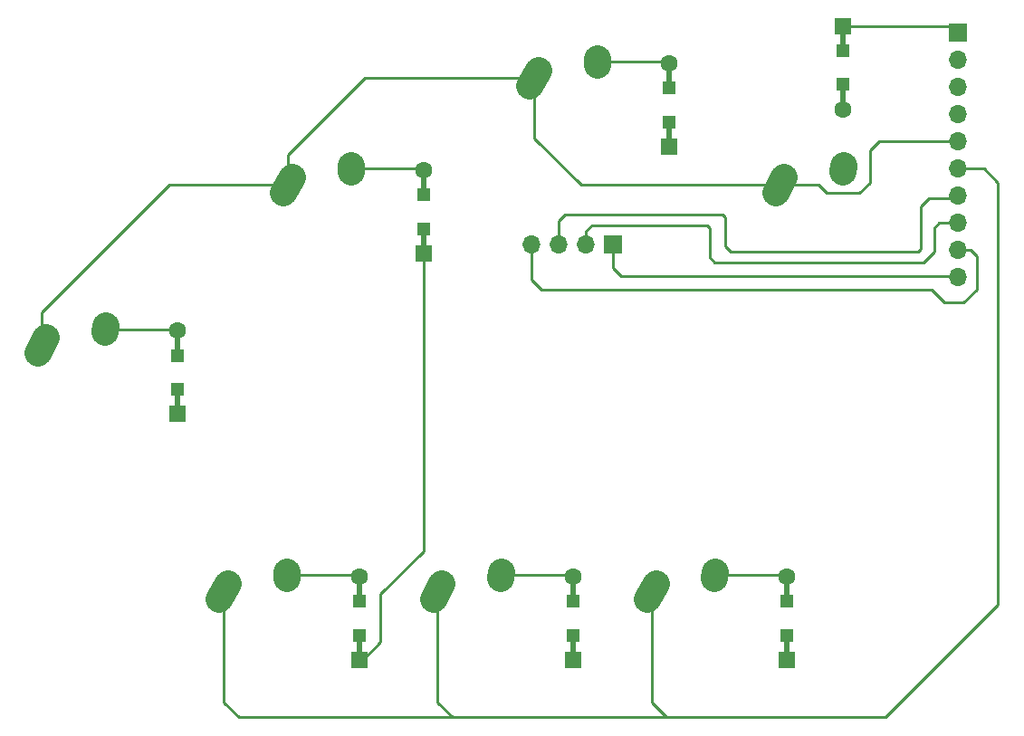
<source format=gbr>
G04 #@! TF.FileFunction,Copper,L1,Top,Signal*
%FSLAX46Y46*%
G04 Gerber Fmt 4.6, Leading zero omitted, Abs format (unit mm)*
G04 Created by KiCad (PCBNEW 4.0.7) date 12/09/17 16:12:22*
%MOMM*%
%LPD*%
G01*
G04 APERTURE LIST*
%ADD10C,0.100000*%
%ADD11R,1.200000X1.200000*%
%ADD12R,1.600000X1.600000*%
%ADD13C,1.600000*%
%ADD14R,0.500000X2.500000*%
%ADD15R,1.700000X1.700000*%
%ADD16O,1.700000X1.700000*%
%ADD17C,2.500000*%
%ADD18C,0.250000*%
G04 APERTURE END LIST*
D10*
D11*
X184000000Y-37325000D03*
X184000000Y-34175000D03*
D12*
X184000000Y-31850000D03*
D13*
X184000000Y-39650000D03*
D14*
X184000000Y-33050000D03*
X184000000Y-38450000D03*
D11*
X167750000Y-37675000D03*
X167750000Y-40825000D03*
D12*
X167750000Y-43150000D03*
D13*
X167750000Y-35350000D03*
D14*
X167750000Y-41950000D03*
X167750000Y-36550000D03*
D11*
X144750000Y-47675000D03*
X144750000Y-50825000D03*
D12*
X144750000Y-53150000D03*
D13*
X144750000Y-45350000D03*
D14*
X144750000Y-51950000D03*
X144750000Y-46550000D03*
D11*
X121750000Y-62675000D03*
X121750000Y-65825000D03*
D12*
X121750000Y-68150000D03*
D13*
X121750000Y-60350000D03*
D14*
X121750000Y-66950000D03*
X121750000Y-61550000D03*
D11*
X178750000Y-85675000D03*
X178750000Y-88825000D03*
D12*
X178750000Y-91150000D03*
D13*
X178750000Y-83350000D03*
D14*
X178750000Y-89950000D03*
X178750000Y-84550000D03*
D11*
X158750000Y-85675000D03*
X158750000Y-88825000D03*
D12*
X158750000Y-91150000D03*
D13*
X158750000Y-83350000D03*
D14*
X158750000Y-89950000D03*
X158750000Y-84550000D03*
D11*
X138750000Y-85675000D03*
X138750000Y-88825000D03*
D12*
X138750000Y-91150000D03*
D13*
X138750000Y-83350000D03*
D14*
X138750000Y-89950000D03*
X138750000Y-84550000D03*
D15*
X194750000Y-32500000D03*
D16*
X194750000Y-35040000D03*
X194750000Y-37580000D03*
X194750000Y-40120000D03*
X194750000Y-42660000D03*
X194750000Y-45200000D03*
X194750000Y-47740000D03*
X194750000Y-50280000D03*
X194750000Y-52820000D03*
X194750000Y-55360000D03*
D15*
X162500000Y-52250000D03*
D16*
X159960000Y-52250000D03*
X157420000Y-52250000D03*
X154880000Y-52250000D03*
D17*
X178500453Y-46000046D02*
X177689547Y-47459954D01*
X184039724Y-44920672D02*
X184000276Y-45499328D01*
X155500453Y-36000046D02*
X154689547Y-37459954D01*
X161039724Y-34920672D02*
X161000276Y-35499328D01*
X132500453Y-46000046D02*
X131689547Y-47459954D01*
X138039724Y-44920672D02*
X138000276Y-45499328D01*
X109500453Y-61000046D02*
X108689547Y-62459954D01*
X115039724Y-59920672D02*
X115000276Y-60499328D01*
X166500453Y-84000046D02*
X165689547Y-85459954D01*
X172039724Y-82920672D02*
X172000276Y-83499328D01*
X146500453Y-84000046D02*
X145689547Y-85459954D01*
X152039724Y-82920672D02*
X152000276Y-83499328D01*
X126500453Y-84000046D02*
X125689547Y-85459954D01*
X132039724Y-82920672D02*
X132000276Y-83499328D01*
D18*
X184000000Y-31850000D02*
X194100000Y-31850000D01*
X194100000Y-31850000D02*
X194750000Y-32500000D01*
X161020000Y-35210000D02*
X167610000Y-35210000D01*
X167610000Y-35210000D02*
X167750000Y-35350000D01*
X138020000Y-45210000D02*
X144610000Y-45210000D01*
X144610000Y-45210000D02*
X144750000Y-45350000D01*
X144750000Y-53150000D02*
X144750000Y-81000000D01*
X140750000Y-89500000D02*
X139100000Y-91150000D01*
X140750000Y-85000000D02*
X140750000Y-89500000D01*
X144750000Y-81000000D02*
X140750000Y-85000000D01*
X139100000Y-91150000D02*
X138750000Y-91150000D01*
X115020000Y-60210000D02*
X121610000Y-60210000D01*
X121610000Y-60210000D02*
X121750000Y-60350000D01*
X172020000Y-83210000D02*
X178610000Y-83210000D01*
X178610000Y-83210000D02*
X178750000Y-83350000D01*
X152020000Y-83210000D02*
X158610000Y-83210000D01*
X158610000Y-83210000D02*
X158750000Y-83350000D01*
X132020000Y-83210000D02*
X138610000Y-83210000D01*
X138610000Y-83210000D02*
X138750000Y-83350000D01*
X155095000Y-36730000D02*
X155095000Y-42345000D01*
X159480000Y-46730000D02*
X178095000Y-46730000D01*
X155095000Y-42345000D02*
X159480000Y-46730000D01*
X132095000Y-46730000D02*
X132095000Y-43905000D01*
X139270000Y-36730000D02*
X155095000Y-36730000D01*
X132095000Y-43905000D02*
X139270000Y-36730000D01*
X109095000Y-61730000D02*
X109095000Y-58655000D01*
X121020000Y-46730000D02*
X132095000Y-46730000D01*
X109095000Y-58655000D02*
X121020000Y-46730000D01*
X178095000Y-46730000D02*
X181730000Y-46730000D01*
X181730000Y-46730000D02*
X182500000Y-47500000D01*
X182500000Y-47500000D02*
X185500000Y-47500000D01*
X185500000Y-47500000D02*
X186500000Y-46500000D01*
X186500000Y-46500000D02*
X186500000Y-43500000D01*
X186500000Y-43500000D02*
X187340000Y-42660000D01*
X187340000Y-42660000D02*
X194750000Y-42660000D01*
X166095000Y-84730000D02*
X166095000Y-95095000D01*
X166095000Y-95095000D02*
X167500000Y-96500000D01*
X146095000Y-84730000D02*
X146095000Y-95095000D01*
X146095000Y-95095000D02*
X147500000Y-96500000D01*
X126095000Y-84730000D02*
X126095000Y-95095000D01*
X197200000Y-45200000D02*
X194750000Y-45200000D01*
X198500000Y-46500000D02*
X197200000Y-45200000D01*
X198500000Y-86000000D02*
X198500000Y-46500000D01*
X188000000Y-96500000D02*
X198500000Y-86000000D01*
X127500000Y-96500000D02*
X147500000Y-96500000D01*
X147500000Y-96500000D02*
X167500000Y-96500000D01*
X167500000Y-96500000D02*
X188000000Y-96500000D01*
X126095000Y-95095000D02*
X127500000Y-96500000D01*
X157420000Y-52250000D02*
X157420000Y-50080000D01*
X192000000Y-48000000D02*
X194490000Y-48000000D01*
X191250000Y-48750000D02*
X192000000Y-48000000D01*
X191250000Y-52750000D02*
X191250000Y-48750000D01*
X191000000Y-53000000D02*
X191250000Y-52750000D01*
X173500000Y-53000000D02*
X191000000Y-53000000D01*
X173000000Y-52500000D02*
X173500000Y-53000000D01*
X173000000Y-49750000D02*
X173000000Y-52500000D01*
X172750000Y-49500000D02*
X173000000Y-49750000D01*
X158000000Y-49500000D02*
X172750000Y-49500000D01*
X157420000Y-50080000D02*
X158000000Y-49500000D01*
X194490000Y-48000000D02*
X194750000Y-47740000D01*
X159960000Y-52250000D02*
X159960000Y-51040000D01*
X192970000Y-50280000D02*
X194750000Y-50280000D01*
X192500000Y-50750000D02*
X192970000Y-50280000D01*
X192500000Y-53000000D02*
X192500000Y-50750000D01*
X191500000Y-54000000D02*
X192500000Y-53000000D01*
X172000000Y-54000000D02*
X191500000Y-54000000D01*
X171500000Y-53500000D02*
X172000000Y-54000000D01*
X171500000Y-50750000D02*
X171500000Y-53500000D01*
X171250000Y-50500000D02*
X171500000Y-50750000D01*
X160500000Y-50500000D02*
X171250000Y-50500000D01*
X159960000Y-51040000D02*
X160500000Y-50500000D01*
X193500000Y-57750000D02*
X195250000Y-57750000D01*
X154880000Y-55630000D02*
X155750000Y-56500000D01*
X155750000Y-56500000D02*
X192250000Y-56500000D01*
X192250000Y-56500000D02*
X193500000Y-57750000D01*
X154880000Y-52250000D02*
X154880000Y-55630000D01*
X195930000Y-52820000D02*
X196500000Y-53390000D01*
X196500000Y-53390000D02*
X196500000Y-56500000D01*
X196500000Y-56500000D02*
X195250000Y-57750000D01*
X195930000Y-52820000D02*
X194750000Y-52820000D01*
X162500000Y-52250000D02*
X162500000Y-54500000D01*
X163250000Y-55250000D02*
X194640000Y-55250000D01*
X162500000Y-54500000D02*
X163250000Y-55250000D01*
X194640000Y-55250000D02*
X194750000Y-55360000D01*
M02*

</source>
